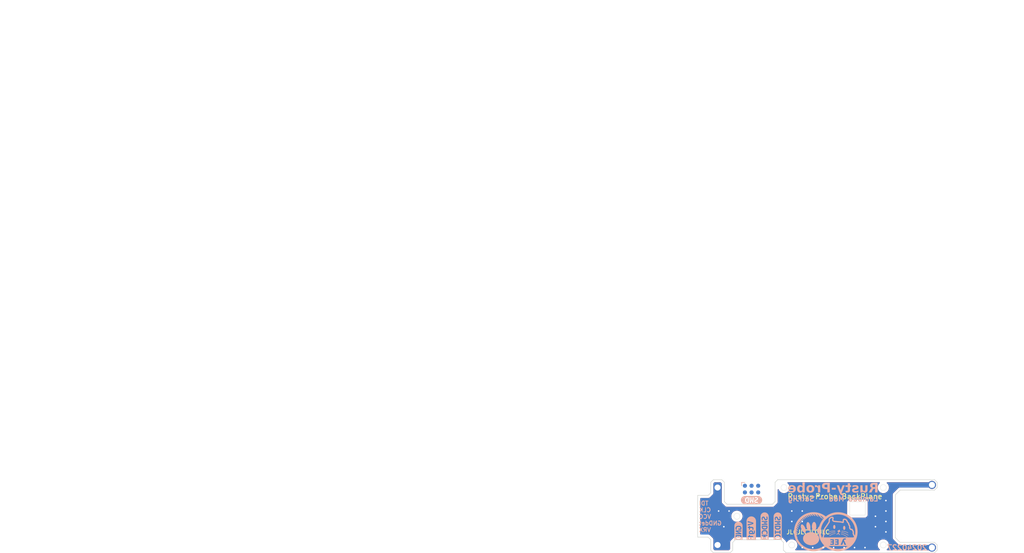
<source format=kicad_pcb>
(kicad_pcb (version 20221018) (generator pcbnew)
  (title_block (title "rs-probe-handy-jig-backplane") (date "2024-02-10"))
  (layers (0 "F.Cu" signal) (31 "B.Cu" signal) (34 "B.Paste" user) (35 "F.Paste" user) (36 "B.SilkS" user "B.Silkscreen") (37 "F.SilkS" user "F.Silkscreen") (38 "B.Mask" user) (39 "F.Mask" user) (44 "Edge.Cuts" user))
  (net 0 "")
  (net 1 "GND")
  (footprint "" (layer "F.Cu") (at 174.8 99)
    (fp_text reference "TH4" hide)
    (fp_text value "Tooling Hole" hide)
    (pad "1" thru_hole circle locked (at 0 0) (size 1.552 1.552) (drill 1.152) (layers "*.Cu" "*.Mask") (net 1 "GND"))
  )
  (footprint "kikit:Tab" (layer "F.Cu") (at 2.9 1.15)
    (fp_text reference "T1" hide)
    (fp_text value "Tab")
  )
  (footprint "" (layer "F.Cu") (at 133.8 98.5)
    (fp_text reference "TH3" hide)
    (fp_text value "Tooling Hole" hide)
    (pad "1" thru_hole circle locked (at 0 0) (size 1.552 1.552) (drill 1.152) (layers "*.Cu" "*.Mask") (net 1 "GND"))
  )
  (footprint "MountingHole:MountingHole_2.2mm_M2_DIN965_Pad_TopOnly" (layer "F.Cu") (at 133.8 87.5)
    (fp_text reference "TH1" hide)
    (fp_text value "MountingHole_2.2mm_M2_DIN965_Pad_TopOnly")
    (pad "1" thru_hole circle locked (at 0 0) (size 1.552 1.552) (drill 1.152) (layers "*.Cu" "*.Mask") (net 1 "GND"))
  )
  (footprint "MountingHole:MountingHole_2.2mm_M2_DIN965_Pad_TopOnly" (layer "F.Cu") (at 174.8 87)
    (fp_text reference "TH2" hide)
    (fp_text value "MountingHole_2.2mm_M2_DIN965_Pad_TopOnly")
    (pad "1" thru_hole circle locked (at 0 0) (size 1.552 1.552) (drill 1.152) (layers "*.Cu" "*.Mask") (net 1 "GND"))
  )
  (footprint "kikit:Tab" (layer "F.Cu") (at 2.9 4.45)
    (fp_text reference "T2" hide)
    (fp_text value "Tab")
  )
  (footprint "kibuzzard-61FE7ECB" (layer "B.Cu") (at 140.3 89.9 180)
    (fp_text reference "kibuzzard-61FE7ECB" hide)
    (fp_text value "G***" hide)
  )
  (footprint "kibuzzard-61FE8092" (layer "B.Cu") (at 140.25 95.3 -90)
    (fp_text reference "kibuzzard-61FE8092" hide)
    (fp_text value "G***" hide)
  )
  (footprint "Connector:Tag-Connect_TC2030-IDC-NL_2x03_P1.27mm_Vertical" (layer "B.Cu") (at 140.3 87.8)
    (fp_text reference "J5" hide)
    (fp_text value "tag-connect-swd")
    (pad "" np_thru_hole circle (at -2.54 0) (size 0.9906 0.9906) (drill 0.9906) (layers "F&B.Cu" "*.Mask"))
    (pad "" np_thru_hole circle (at 2.54 -1.016) (size 0.9906 0.9906) (drill 0.9906) (layers "F&B.Cu" "*.Mask"))
    (pad "" np_thru_hole circle (at 2.54 1.016) (size 0.9906 0.9906) (drill 0.9906) (layers "F&B.Cu" "*.Mask"))
    (pad "1" connect circle (at -1.27 -0.635) (size 0.7874 0.7874) (layers "B.Cu" "B.Mask"))
    (pad "2" connect circle (at -1.27 0.635) (size 0.7874 0.7874) (layers "B.Cu" "B.Mask"))
    (pad "3" connect circle (at 0 -0.635) (size 0.7874 0.7874) (layers "B.Cu" "B.Mask"))
    (pad "4" connect circle (at 0 0.635) (size 0.7874 0.7874) (layers "B.Cu" "B.Mask"))
    (pad "5" connect circle (at 1.27 -0.635) (size 0.7874 0.7874) (layers "B.Cu" "B.Mask"))
    (pad "6" connect circle (at 1.27 0.635) (size 0.7874 0.7874) (layers "B.Cu" "B.Mask"))
    (zone (net 0) (net_name "") (layer "B.Cu") (connect_pads (clearance 0)) (min_thickness 0.254)
      (keepout (tracks allowed) (vias not_allowed) (pads allowed) (copperpour not_allowed) (footprints not_allowed))
      (fill (thermal_gap 0.508) (thermal_bridge_width 0.508))
      (polygon (pts (xy 141.57 88.435) (xy 139.03 88.435) (xy 139.03 87.165) (xy 141.57 87.165)))
    )
  )
  (footprint "Symbol_Extended:LamudaEE-12.3x7.6mm" (layer "B.Cu") (at 154.50496 95.978384 180)
    (fp_text reference "SYM1" hide)
    (fp_text value "SYM_Arrow45_Normal" hide)
  )
  (footprint "kibuzzard-61FE8065" (layer "B.Cu") (at 137.8 95.8 -90)
    (fp_text reference "kibuzzard-61FE8065" hide)
    (fp_text value "G***" hide)
  )
  (footprint "kibuzzard-61FE80BD" (layer "B.Cu") (at 145.3 94.9 -90)
    (fp_text reference "kibuzzard-61FE80BD" hide)
    (fp_text value "G***" hide)
  )
  (footprint "kibuzzard-61FE80B0" (layer "B.Cu") (at 142.8 94.9 -90)
    (fp_text reference "kibuzzard-61FE80B0" hide)
    (fp_text value "G***" hide)
  )
  (gr_circle (center 165.5 87.5) (end 166.076 87.5) (stroke (width 0.05)) (fill none) (layer "Edge.Cuts"))
  (gr_line (start 135.1 86.5) (end 134.6 86) (stroke (width 0.1)) (layer "Edge.Cuts"))
  (gr_line (start 132.5 99.5) (end 133 100) (stroke (width 0.1)) (layer "Edge.Cuts"))
  (gr_line (start 132 89) (end 132.5 88.5) (stroke (width 0.1)) (layer "Edge.Cuts"))
  (gr_line (start 146.4 99.5) (end 146.9 100) (stroke (width 0.1)) (layer "Edge.Cuts"))
  (gr_line (start 167.8 97.1) (end 168.7 98) (stroke (width 0.1)) (layer "Edge.Cuts"))
  (gr_line (start 144.3 90.7) (end 135.6 90.7) (stroke (width 0.1)) (layer "Edge.Cuts"))
  (gr_line (start 145.9 97.5) (end 137.2 97.5) (stroke (width 0.1)) (layer "Edge.Cuts"))
  (gr_line (start 175.3 100) (end 146.9 100) (stroke (width 0.1)) (layer "Edge.Cuts"))
  (gr_line (start 130 97) (end 130 89) (stroke (width 0.1)) (layer "Edge.Cuts"))
  (gr_line (start 175.8 99.5) (end 175.3 100) (stroke (width 0.1)) (layer "Edge.Cuts"))
  (gr_line (start 145.3 86) (end 175.3 86) (stroke (width 0.1)) (layer "Edge.Cuts"))
  (gr_line (start 167.8 88.9) (end 168.7 88) (stroke (width 0.1)) (layer "Edge.Cuts"))
  (gr_line (start 145.3 86) (end 144.8 86.5) (stroke (width 0.1)) (layer "Edge.Cuts"))
  (gr_line (start 134.6 86) (end 133 86) (stroke (width 0.1)) (layer "Edge.Cuts"))
  (gr_line (start 136.7 99.5) (end 136.7 98) (stroke (width 0.1)) (layer "Edge.Cuts"))
  (gr_line (start 145.9 97.5) (end 146.4 98) (stroke (width 0.1)) (layer "Edge.Cuts"))
  (gr_circle (center 148 98.5) (end 148.576 98.5) (stroke (width 0.05)) (fill none) (layer "Edge.Cuts"))
  (gr_line (start 175.8 86.5) (end 175.8 87.5) (stroke (width 0.1)) (layer "Edge.Cuts"))
  (gr_line (start 162.025 90.375) (end 162.025 92.675) (stroke (width 0.05)) (layer "Edge.Cuts"))
  (gr_circle (center 137.5 93) (end 138.076 93) (stroke (width 0.05)) (fill none) (layer "Edge.Cuts"))
  (gr_line (start 144.3 90.7) (end 144.8 90.2) (stroke (width 0.1)) (layer "Edge.Cuts"))
  (gr_line (start 132.5 86.5) (end 132.5 88.5) (stroke (width 0.1)) (layer "Edge.Cuts"))
  (gr_line (start 175.3 98) (end 175.8 98.5) (stroke (width 0.1)) (layer "Edge.Cuts"))
  (gr_line (start 175.3 98) (end 168.7 98) (stroke (width 0.1)) (layer "Edge.Cuts"))
  (gr_line (start 159.175 92.775) (end 161.925 92.775) (stroke (width 0.05)) (layer "Edge.Cuts"))
  (gr_line (start 159.175 92.775) (end 159.075 92.675) (stroke (width 0.05)) (layer "Edge.Cuts"))
  (gr_line (start 161.925 92.775) (end 162.025 92.675) (stroke (width 0.05)) (layer "Edge.Cuts"))
  (gr_line (start 146.4 98) (end 146.4 99.5) (stroke (width 0.1)) (layer "Edge.Cuts"))
  (gr_line (start 175.3 86) (end 175.8 86.5) (stroke (width 0.1)) (layer "Edge.Cuts"))
  (gr_line (start 159.075 90.375) (end 159.175 90.275) (stroke (width 0.05)) (layer "Edge.Cuts"))
  (gr_line (start 137.2 97.5) (end 136.7 98) (stroke (width 0.1)) (layer "Edge.Cuts"))
  (gr_line (start 159.175 90.275) (end 161.925 90.275) (stroke (width 0.05)) (layer "Edge.Cuts"))
  (gr_line (start 132.5 97.5) (end 132 97) (stroke (width 0.1)) (layer "Edge.Cuts"))
  (gr_line (start 175.8 87.5) (end 175.3 88) (stroke (width 0.1)) (layer "Edge.Cuts"))
  (gr_line (start 161.925 90.275) (end 162.025 90.375) (stroke (width 0.05)) (layer "Edge.Cuts"))
  (gr_line (start 132.5 99.5) (end 132.5 97.5) (stroke (width 0.1)) (layer "Edge.Cuts"))
  (gr_line (start 136.7 99.5) (end 136.2 100) (stroke (width 0.1)) (layer "Edge.Cuts"))
  (gr_line (start 167.8 88.9) (end 167.8 97.1) (stroke (width 0.1)) (layer "Edge.Cuts"))
  (gr_line (start 144.8 90.2) (end 144.8 86.5) (stroke (width 0.1)) (layer "Edge.Cuts"))
  (gr_line (start 132.5 86.5) (end 133 86) (stroke (width 0.1)) (layer "Edge.Cuts"))
  (gr_line (start 132 89) (end 130 89) (stroke (width 0.1)) (layer "Edge.Cuts"))
  (gr_line (start 159.075 90.375) (end 159.075 92.675) (stroke (width 0.05)) (layer "Edge.Cuts"))
  (gr_line (start 135.6 90.7) (end 135.1 90.2) (stroke (width 0.1)) (layer "Edge.Cuts"))
  (gr_line (start 132 97) (end 130 97) (stroke (width 0.1)) (layer "Edge.Cuts"))
  (gr_line (start 136.2 100) (end 133 100) (stroke (width 0.1)) (layer "Edge.Cuts"))
  (gr_line (start 135.1 90.2) (end 135.1 86.5) (stroke (width 0.1)) (layer "Edge.Cuts"))
  (gr_circle (center 146.5 87.5) (end 147.076 87.5) (stroke (width 0.05)) (fill none) (layer "Edge.Cuts"))
  (gr_circle (center 165.5 98.5) (end 166.076 98.5) (stroke (width 0.05)) (fill none) (layer "Edge.Cuts"))
  (gr_line (start 175.8 98.5) (end 175.8 99.5) (stroke (width 0.1)) (layer "Edge.Cuts"))
  (gr_line (start 175.3 88) (end 168.7 88) (stroke (width 0.1)) (layer "Edge.Cuts"))
  (gr_text "VCC" (at 130.155 93.535) (layer "B.SilkS") (effects (font (size 0.8 0.8) (thickness 0.153) bold) (justify right bottom mirror)))
  (gr_text "GNDdet" (at 130.155 94.805) (layer "B.SilkS") (effects (font (size 0.8 0.8) (thickness 0.153) bold) (justify right bottom mirror)))
  (gr_text "Rusty-Probe " (at 164.625 87.7) (layer "B.SilkS") (effects (font (size 1.8 1.8) (thickness 0.25) bold) (justify left mirror)))
  (gr_text "Lambda Mod - SelfJig" (at 164.675 89.625) (layer "B.SilkS") (effects (font (size 1 1) (thickness 0.2) bold) (justify left mirror)))
  (gr_text "CLK" (at 130.155 92.265) (layer "B.SilkS") (effects (font (size 0.8 0.8) (thickness 0.153) bold) (justify right bottom mirror)))
  (gr_text "VRX" (at 130.155 96.075) (layer "B.SilkS") (effects (font (size 0.8 0.8) (thickness 0.153) bold) (justify right bottom mirror)))
  (gr_text "TDI" (at 130.155 90.995) (layer "B.SilkS") (effects (font (size 0.8 0.8) (thickness 0.153) bold) (justify right bottom mirror)))
  (gr_text "20240227" (at 174 99) (layer "B.SilkS") (effects (font (size 1 1) (thickness 0.2) bold) (justify left mirror)))
  (gr_text "JLCJLCJLCJLC" (at 146.9 96.5) (layer "F.SilkS") (effects (font (size 0.8 0.8) (thickness 0.153) bold) (justify left bottom)))
  (gr_text "Rusty-Probe BackPlane" (at 147.1 89.8) (layer "F.SilkS") (effects (font (size 1 1) (thickness 0.16)) (justify left bottom)))
  (via (at 154 99) (size 0.6) (drill 0.3) (layers "F.Cu" "B.Cu") (net 1))
  (via (at 136 92) (size 0.6) (drill 0.3) (layers "F.Cu" "B.Cu") (net 1))
  (via (at 148 92) (size 0.6) (drill 0.3) (layers "F.Cu" "B.Cu") (net 1))
  (via (at 164 95) (size 0.6) (drill 0.3) (layers "F.Cu" "B.Cu") (net 1))
  (via (at 164 93) (size 0.6) (drill 0.3) (layers "F.Cu" "B.Cu") (net 1))
  (via (at 160 99) (size 0.6) (drill 0.3) (layers "F.Cu" "B.Cu") (net 1))
  (via (at 135 95) (size 0.6) (drill 0.3) (layers "F.Cu" "B.Cu") (net 1))
  (via (at 152 99) (size 0.6) (drill 0.3) (layers "F.Cu" "B.Cu") (net 1))
  (via (at 150 92) (size 0.6) (drill 0.3) (layers "F.Cu" "B.Cu") (net 1))
  (via (at 166 96) (size 0.6) (drill 0.3) (layers "F.Cu" "B.Cu") (net 1))
  (via (at 156 99) (size 0.6) (drill 0.3) (layers "F.Cu" "B.Cu") (net 1))
  (via (at 166 94) (size 0.6) (drill 0.3) (layers "F.Cu" "B.Cu") (net 1))
  (via (at 148 94) (size 0.6) (drill 0.3) (layers "F.Cu" "B.Cu") (net 1))
  (via (at 166 92) (size 0.6) (drill 0.3) (layers "F.Cu" "B.Cu") (net 1))
  (via (at 150 94) (size 0.6) (drill 0.3) (layers "F.Cu" "B.Cu") (net 1))
  (via (at 153 89) (size 0.6) (drill 0.3) (layers "F.Cu" "B.Cu") (net 1))
  (via (at 162 99) (size 0.6) (drill 0.3) (layers "F.Cu" "B.Cu") (net 1))
  (via (at 150 99) (size 0.6) (drill 0.3) (layers "F.Cu" "B.Cu") (net 1))
  (via (at 158 99) (size 0.6) (drill 0.3) (layers "F.Cu" "B.Cu") (net 1))
  (via (at 134 92) (size 0.6) (drill 0.3) (layers "F.Cu" "B.Cu") (net 1))
  (via (at 166 90) (size 0.6) (drill 0.3) (layers "F.Cu" "B.Cu") (net 1))
  (zone (net 1) (net_name "GND") (layers "F&B.Cu") (name "GND") (priority 1) (connect_pads yes (clearance 0.2)) (min_thickness 0.2) (fill yes (thermal_gap 0.2) (thermal_bridge_width 0.2) (island_removal_mode 2) (island_area_min 10))
    (polygon (pts (xy 130 100) (xy 175.8 100) (xy 175.8 86) (xy 130 86)))
  )
)
</source>
